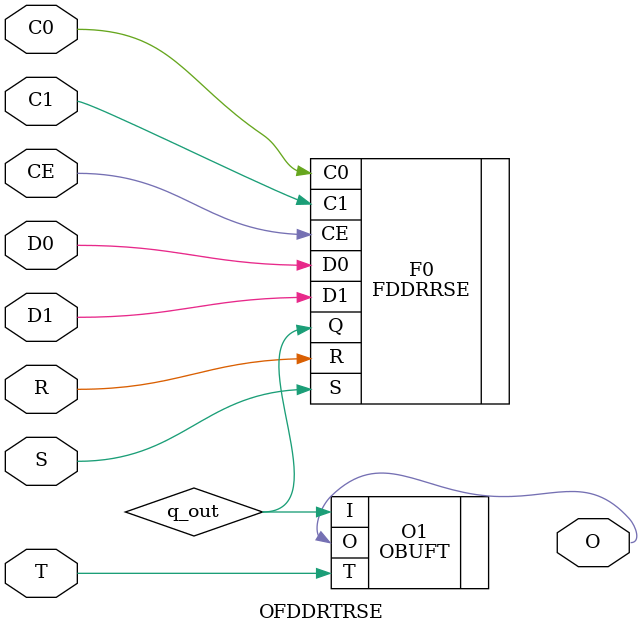
<source format=v>

`timescale  1 ps / 1 ps

module OFDDRTRSE (O, C0, C1, CE, D0, D1, R, S, T);

    output O;

    input  C0, C1, CE, D0, D1, R, S, T;

    wire   q_out;

    FDDRRSE F0 (.C0(C0),
	.C1(C1),
	.CE(CE),
	.R(R),
	.D0(D0),
	.D1(D1),
	.S(S),
	.Q(q_out));
    defparam F0.INIT = 1'b0;

    OBUFT O1 (.I(q_out),
	.T(T),
	.O(O));

endmodule

</source>
